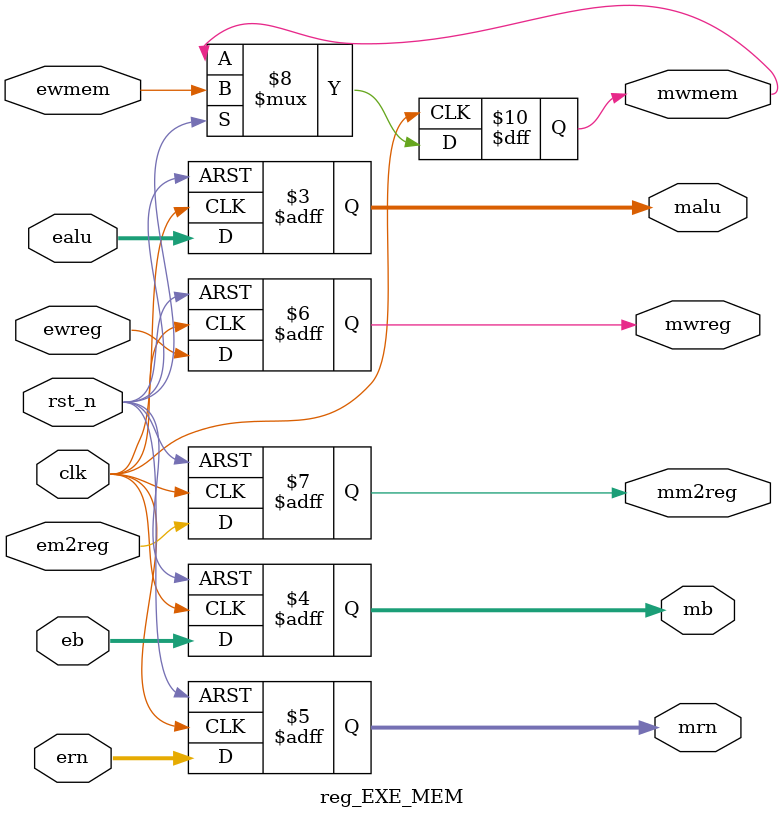
<source format=v>
`timescale 1ns / 1ps
module reg_EXE_MEM(
	input [31:0]ealu, eb,
	input [4:0]ern,
	input ewreg, em2reg, ewmem,
	input clk, rst_n,
	output reg [31:0]malu, mb,
	output reg [4:0]mrn,
	output reg mwreg, mm2reg, mwmem
);

always @ (posedge clk or negedge rst_n)
begin
	if(~rst_n)
	begin
		mwreg <= 0;
		mm2reg <= 0;
		mwreg <= 0;
		malu <= 0;
		mb <= 0;
		mrn <= 0;
	end
	else
	begin
		mwreg <= ewreg;
		mm2reg <= em2reg;
		mwmem <= ewmem;
		malu <= ealu;
		mb <= eb;
		mrn <= ern;
	end
end

endmodule

</source>
